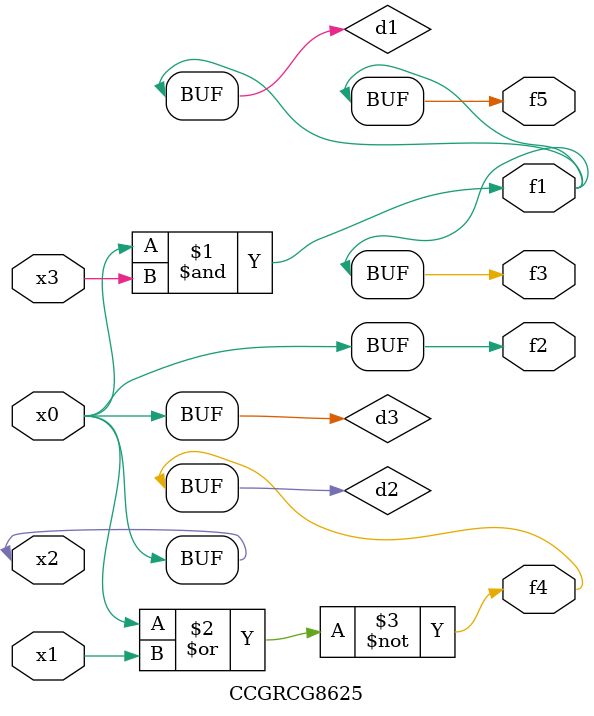
<source format=v>
module CCGRCG8625(
	input x0, x1, x2, x3,
	output f1, f2, f3, f4, f5
);

	wire d1, d2, d3;

	and (d1, x2, x3);
	nor (d2, x0, x1);
	buf (d3, x0, x2);
	assign f1 = d1;
	assign f2 = d3;
	assign f3 = d1;
	assign f4 = d2;
	assign f5 = d1;
endmodule

</source>
